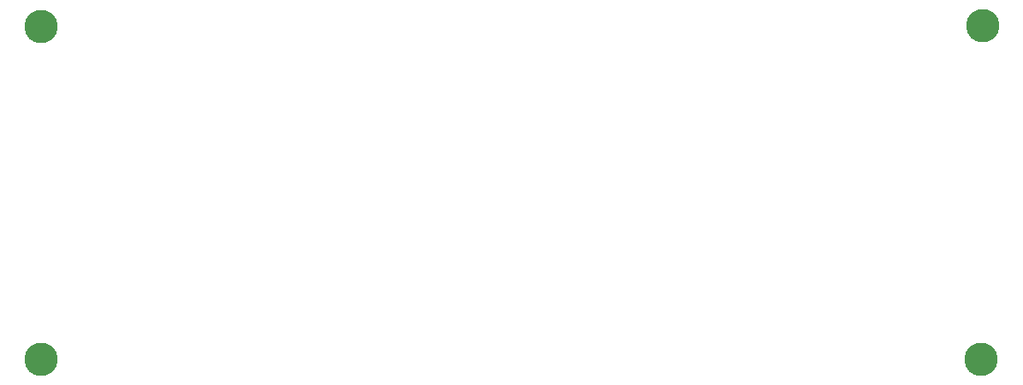
<source format=gbr>
G04 #@! TF.GenerationSoftware,KiCad,Pcbnew,5.1.10*
G04 #@! TF.CreationDate,2022-02-24T10:41:03+13:00*
G04 #@! TF.ProjectId,_rupture_panel,5f727570-7475-4726-955f-70616e656c2e,v0_2*
G04 #@! TF.SameCoordinates,Original*
G04 #@! TF.FileFunction,Soldermask,Bot*
G04 #@! TF.FilePolarity,Negative*
%FSLAX46Y46*%
G04 Gerber Fmt 4.6, Leading zero omitted, Abs format (unit mm)*
G04 Created by KiCad (PCBNEW 5.1.10) date 2022-02-24 10:41:03*
%MOMM*%
%LPD*%
G01*
G04 APERTURE LIST*
%ADD10C,3.302000*%
G04 APERTURE END LIST*
D10*
X196600000Y-53500000D03*
X196500000Y-86500000D03*
X103500000Y-86500000D03*
X103500000Y-53600000D03*
M02*

</source>
